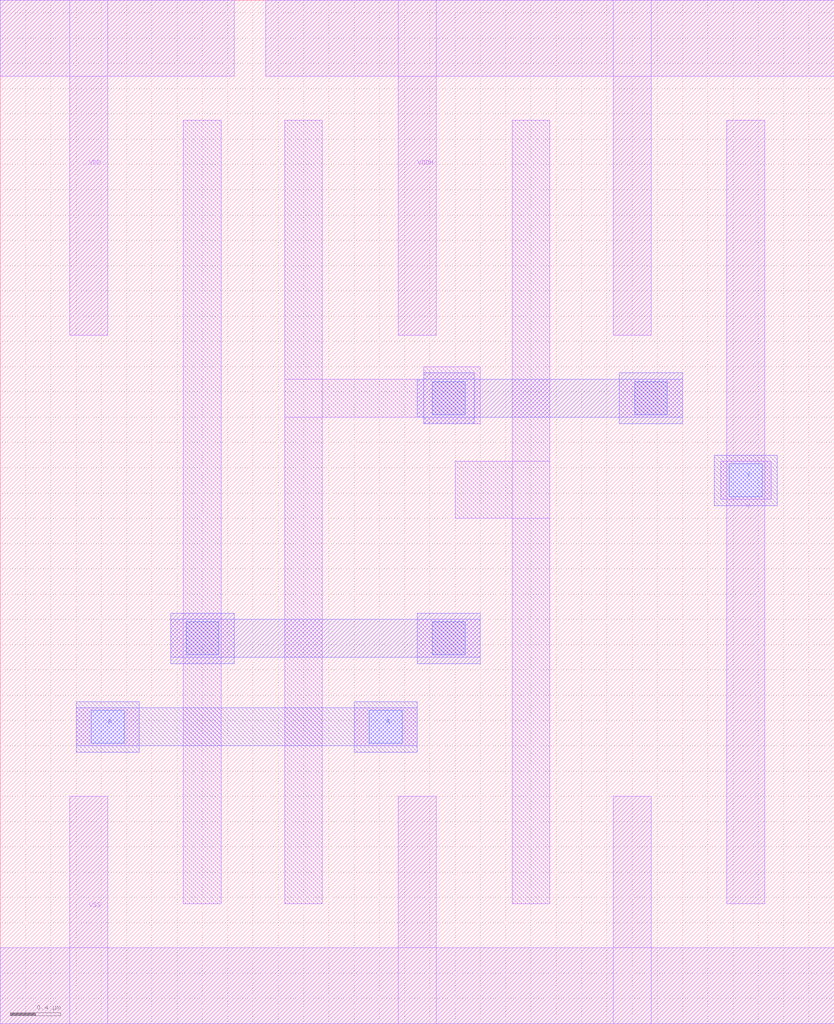
<source format=lef>
# Copyright 2022 Google LLC
# Licensed under the Apache License, Version 2.0 (the "License");
# you may not use this file except in compliance with the License.
# You may obtain a copy of the License at
#
#      http://www.apache.org/licenses/LICENSE-2.0
#
# Unless required by applicable law or agreed to in writing, software
# distributed under the License is distributed on an "AS IS" BASIS,
# WITHOUT WARRANTIES OR CONDITIONS OF ANY KIND, either express or implied.
# See the License for the specific language governing permissions and
# limitations under the License.
VERSION 5.7 ;
BUSBITCHARS "[]" ;
DIVIDERCHAR "/" ;

MACRO gf180mcu_osu_sc_12T_lshifup
  CLASS CORE ;
  ORIGIN 0 0 ;
  FOREIGN gf180mcu_osu_sc_12T_lshifup 0 0 ;
  SIZE 6.6 BY 8.1 ;
  SYMMETRY X Y ;
  SITE GF180_3p3_12t ;
  PIN VDD
    DIRECTION INOUT ;
    USE POWER ;
    SHAPE ABUTMENT ;
    PORT
      LAYER MET1 ;
        RECT 0 7.5 1.85 8.1 ;
        RECT 0.55 5.45 0.85 8.1 ;
    END
  END VDD
  PIN VDDH
    DIRECTION INOUT ;
    USE POWER ;
    PORT
      LAYER MET1 ;
        RECT 2.1 7.5 6.6 8.1 ;
        RECT 4.85 5.45 5.15 8.1 ;
        RECT 3.15 5.45 3.45 8.1 ;
    END
  END VDDH
  PIN VSS
    DIRECTION INOUT ;
    USE GROUND ;
    PORT
      LAYER MET1 ;
        RECT 0 0 6.6 0.6 ;
        RECT 4.85 0 5.15 1.8 ;
        RECT 3.15 0 3.45 1.8 ;
        RECT 0.55 0 0.85 1.8 ;
    END
  END VSS
  PIN A
    DIRECTION INPUT ;
    USE SIGNAL ;
    PORT
      LAYER MET1 ;
        RECT 2.8 2.2 3.3 2.5 ;
        RECT 0.6 2.2 1.1 2.5 ;
      LAYER MET2 ;
        RECT 2.8 2.15 3.3 2.55 ;
        RECT 0.6 2.2 3.3 2.5 ;
        RECT 0.6 2.15 1.1 2.55 ;
      LAYER VIA12 ;
        RECT 0.72 2.22 0.98 2.48 ;
        RECT 2.92 2.22 3.18 2.48 ;
    END
  END A
  PIN Y
    DIRECTION OUTPUT ;
    USE SIGNAL ;
    PORT
      LAYER MET1 ;
        RECT 5.7 4.15 6.1 4.45 ;
        RECT 5.75 0.95 6.05 7.15 ;
      LAYER MET2 ;
        RECT 5.65 4.1 6.15 4.5 ;
      LAYER VIA12 ;
        RECT 5.77 4.17 6.03 4.43 ;
    END
  END Y
  OBS
    LAYER MET2 ;
      RECT 4.9 4.75 5.4 5.15 ;
      RECT 3.35 4.75 3.75 5.15 ;
      RECT 3.3 4.8 5.4 5.1 ;
      RECT 3.3 2.85 3.8 3.25 ;
      RECT 1.35 2.85 1.85 3.25 ;
      RECT 1.35 2.9 3.8 3.2 ;
    LAYER VIA12 ;
      RECT 5.02 4.82 5.28 5.08 ;
      RECT 3.42 2.92 3.68 3.18 ;
      RECT 3.42 4.82 3.68 5.08 ;
      RECT 1.47 2.92 1.73 3.18 ;
    LAYER MET1 ;
      RECT 4.05 0.95 4.35 7.15 ;
      RECT 3.6 4 4.35 4.45 ;
      RECT 2.25 0.95 2.55 7.15 ;
      RECT 3.35 4.75 3.8 5.2 ;
      RECT 2.25 4.8 3.8 5.1 ;
      RECT 1.45 0.95 1.75 7.15 ;
      RECT 1.35 2.9 1.85 3.2 ;
      RECT 4.9 4.8 5.4 5.1 ;
      RECT 3.3 2.9 3.8 3.2 ;
  END
END gf180mcu_osu_sc_12T_lshifup

</source>
